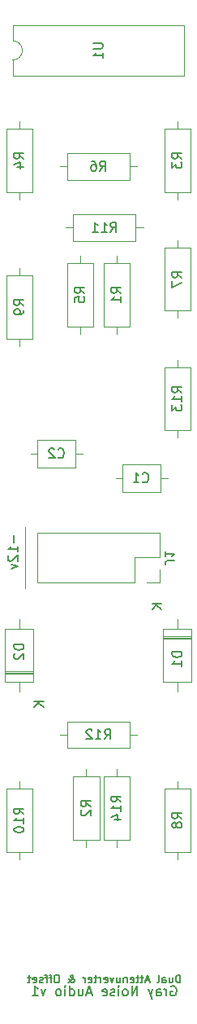
<source format=gbr>
G04 #@! TF.GenerationSoftware,KiCad,Pcbnew,5.1.7-1.fc31*
G04 #@! TF.CreationDate,2021-04-18T18:46:58-04:00*
G04 #@! TF.ProjectId,offsetAttenuverter,6f666673-6574-4417-9474-656e75766572,rev?*
G04 #@! TF.SameCoordinates,Original*
G04 #@! TF.FileFunction,Legend,Bot*
G04 #@! TF.FilePolarity,Positive*
%FSLAX46Y46*%
G04 Gerber Fmt 4.6, Leading zero omitted, Abs format (unit mm)*
G04 Created by KiCad (PCBNEW 5.1.7-1.fc31) date 2021-04-18 18:46:58*
%MOMM*%
%LPD*%
G01*
G04 APERTURE LIST*
%ADD10C,0.150000*%
%ADD11C,0.120000*%
G04 APERTURE END LIST*
D10*
X43147380Y-145550000D02*
X43242619Y-145502380D01*
X43385476Y-145502380D01*
X43528333Y-145550000D01*
X43623571Y-145645238D01*
X43671190Y-145740476D01*
X43718809Y-145930952D01*
X43718809Y-146073809D01*
X43671190Y-146264285D01*
X43623571Y-146359523D01*
X43528333Y-146454761D01*
X43385476Y-146502380D01*
X43290238Y-146502380D01*
X43147380Y-146454761D01*
X43099761Y-146407142D01*
X43099761Y-146073809D01*
X43290238Y-146073809D01*
X42671190Y-146502380D02*
X42671190Y-145835714D01*
X42671190Y-146026190D02*
X42623571Y-145930952D01*
X42575952Y-145883333D01*
X42480714Y-145835714D01*
X42385476Y-145835714D01*
X41623571Y-146502380D02*
X41623571Y-145978571D01*
X41671190Y-145883333D01*
X41766428Y-145835714D01*
X41956904Y-145835714D01*
X42052142Y-145883333D01*
X41623571Y-146454761D02*
X41718809Y-146502380D01*
X41956904Y-146502380D01*
X42052142Y-146454761D01*
X42099761Y-146359523D01*
X42099761Y-146264285D01*
X42052142Y-146169047D01*
X41956904Y-146121428D01*
X41718809Y-146121428D01*
X41623571Y-146073809D01*
X41242619Y-145835714D02*
X41004523Y-146502380D01*
X40766428Y-145835714D02*
X41004523Y-146502380D01*
X41099761Y-146740476D01*
X41147380Y-146788095D01*
X41242619Y-146835714D01*
X39623571Y-146502380D02*
X39623571Y-145502380D01*
X39052142Y-146502380D01*
X39052142Y-145502380D01*
X38433095Y-146502380D02*
X38528333Y-146454761D01*
X38575952Y-146407142D01*
X38623571Y-146311904D01*
X38623571Y-146026190D01*
X38575952Y-145930952D01*
X38528333Y-145883333D01*
X38433095Y-145835714D01*
X38290238Y-145835714D01*
X38195000Y-145883333D01*
X38147380Y-145930952D01*
X38099761Y-146026190D01*
X38099761Y-146311904D01*
X38147380Y-146407142D01*
X38195000Y-146454761D01*
X38290238Y-146502380D01*
X38433095Y-146502380D01*
X37671190Y-146502380D02*
X37671190Y-145835714D01*
X37671190Y-145502380D02*
X37718809Y-145550000D01*
X37671190Y-145597619D01*
X37623571Y-145550000D01*
X37671190Y-145502380D01*
X37671190Y-145597619D01*
X37242619Y-146454761D02*
X37147380Y-146502380D01*
X36956904Y-146502380D01*
X36861666Y-146454761D01*
X36814047Y-146359523D01*
X36814047Y-146311904D01*
X36861666Y-146216666D01*
X36956904Y-146169047D01*
X37099761Y-146169047D01*
X37195000Y-146121428D01*
X37242619Y-146026190D01*
X37242619Y-145978571D01*
X37195000Y-145883333D01*
X37099761Y-145835714D01*
X36956904Y-145835714D01*
X36861666Y-145883333D01*
X36004523Y-146454761D02*
X36099761Y-146502380D01*
X36290238Y-146502380D01*
X36385476Y-146454761D01*
X36433095Y-146359523D01*
X36433095Y-145978571D01*
X36385476Y-145883333D01*
X36290238Y-145835714D01*
X36099761Y-145835714D01*
X36004523Y-145883333D01*
X35956904Y-145978571D01*
X35956904Y-146073809D01*
X36433095Y-146169047D01*
X34814047Y-146216666D02*
X34337857Y-146216666D01*
X34909285Y-146502380D02*
X34575952Y-145502380D01*
X34242619Y-146502380D01*
X33480714Y-145835714D02*
X33480714Y-146502380D01*
X33909285Y-145835714D02*
X33909285Y-146359523D01*
X33861666Y-146454761D01*
X33766428Y-146502380D01*
X33623571Y-146502380D01*
X33528333Y-146454761D01*
X33480714Y-146407142D01*
X32575952Y-146502380D02*
X32575952Y-145502380D01*
X32575952Y-146454761D02*
X32671190Y-146502380D01*
X32861666Y-146502380D01*
X32956904Y-146454761D01*
X33004523Y-146407142D01*
X33052142Y-146311904D01*
X33052142Y-146026190D01*
X33004523Y-145930952D01*
X32956904Y-145883333D01*
X32861666Y-145835714D01*
X32671190Y-145835714D01*
X32575952Y-145883333D01*
X32099761Y-146502380D02*
X32099761Y-145835714D01*
X32099761Y-145502380D02*
X32147380Y-145550000D01*
X32099761Y-145597619D01*
X32052142Y-145550000D01*
X32099761Y-145502380D01*
X32099761Y-145597619D01*
X31480714Y-146502380D02*
X31575952Y-146454761D01*
X31623571Y-146407142D01*
X31671190Y-146311904D01*
X31671190Y-146026190D01*
X31623571Y-145930952D01*
X31575952Y-145883333D01*
X31480714Y-145835714D01*
X31337857Y-145835714D01*
X31242619Y-145883333D01*
X31195000Y-145930952D01*
X31147380Y-146026190D01*
X31147380Y-146311904D01*
X31195000Y-146407142D01*
X31242619Y-146454761D01*
X31337857Y-146502380D01*
X31480714Y-146502380D01*
X30052142Y-145835714D02*
X29814047Y-146502380D01*
X29575952Y-145835714D01*
X28671190Y-146502380D02*
X29242619Y-146502380D01*
X28956904Y-146502380D02*
X28956904Y-145502380D01*
X29052142Y-145645238D01*
X29147380Y-145740476D01*
X29242619Y-145788095D01*
X44099761Y-145141904D02*
X44099761Y-144341904D01*
X43909285Y-144341904D01*
X43795000Y-144380000D01*
X43718809Y-144456190D01*
X43680714Y-144532380D01*
X43642619Y-144684761D01*
X43642619Y-144799047D01*
X43680714Y-144951428D01*
X43718809Y-145027619D01*
X43795000Y-145103809D01*
X43909285Y-145141904D01*
X44099761Y-145141904D01*
X42956904Y-144608571D02*
X42956904Y-145141904D01*
X43299761Y-144608571D02*
X43299761Y-145027619D01*
X43261666Y-145103809D01*
X43185476Y-145141904D01*
X43071190Y-145141904D01*
X42995000Y-145103809D01*
X42956904Y-145065714D01*
X42233095Y-145141904D02*
X42233095Y-144722857D01*
X42271190Y-144646666D01*
X42347380Y-144608571D01*
X42499761Y-144608571D01*
X42575952Y-144646666D01*
X42233095Y-145103809D02*
X42309285Y-145141904D01*
X42499761Y-145141904D01*
X42575952Y-145103809D01*
X42614047Y-145027619D01*
X42614047Y-144951428D01*
X42575952Y-144875238D01*
X42499761Y-144837142D01*
X42309285Y-144837142D01*
X42233095Y-144799047D01*
X41737857Y-145141904D02*
X41814047Y-145103809D01*
X41852142Y-145027619D01*
X41852142Y-144341904D01*
X40861666Y-144913333D02*
X40480714Y-144913333D01*
X40937857Y-145141904D02*
X40671190Y-144341904D01*
X40404523Y-145141904D01*
X40252142Y-144608571D02*
X39947380Y-144608571D01*
X40137857Y-144341904D02*
X40137857Y-145027619D01*
X40099761Y-145103809D01*
X40023571Y-145141904D01*
X39947380Y-145141904D01*
X39795000Y-144608571D02*
X39490238Y-144608571D01*
X39680714Y-144341904D02*
X39680714Y-145027619D01*
X39642619Y-145103809D01*
X39566428Y-145141904D01*
X39490238Y-145141904D01*
X38918809Y-145103809D02*
X38995000Y-145141904D01*
X39147380Y-145141904D01*
X39223571Y-145103809D01*
X39261666Y-145027619D01*
X39261666Y-144722857D01*
X39223571Y-144646666D01*
X39147380Y-144608571D01*
X38995000Y-144608571D01*
X38918809Y-144646666D01*
X38880714Y-144722857D01*
X38880714Y-144799047D01*
X39261666Y-144875238D01*
X38537857Y-144608571D02*
X38537857Y-145141904D01*
X38537857Y-144684761D02*
X38499761Y-144646666D01*
X38423571Y-144608571D01*
X38309285Y-144608571D01*
X38233095Y-144646666D01*
X38195000Y-144722857D01*
X38195000Y-145141904D01*
X37471190Y-144608571D02*
X37471190Y-145141904D01*
X37814047Y-144608571D02*
X37814047Y-145027619D01*
X37775952Y-145103809D01*
X37699761Y-145141904D01*
X37585476Y-145141904D01*
X37509285Y-145103809D01*
X37471190Y-145065714D01*
X37166428Y-144608571D02*
X36975952Y-145141904D01*
X36785476Y-144608571D01*
X36175952Y-145103809D02*
X36252142Y-145141904D01*
X36404523Y-145141904D01*
X36480714Y-145103809D01*
X36518809Y-145027619D01*
X36518809Y-144722857D01*
X36480714Y-144646666D01*
X36404523Y-144608571D01*
X36252142Y-144608571D01*
X36175952Y-144646666D01*
X36137857Y-144722857D01*
X36137857Y-144799047D01*
X36518809Y-144875238D01*
X35795000Y-145141904D02*
X35795000Y-144608571D01*
X35795000Y-144760952D02*
X35756904Y-144684761D01*
X35718809Y-144646666D01*
X35642619Y-144608571D01*
X35566428Y-144608571D01*
X35414047Y-144608571D02*
X35109285Y-144608571D01*
X35299761Y-144341904D02*
X35299761Y-145027619D01*
X35261666Y-145103809D01*
X35185476Y-145141904D01*
X35109285Y-145141904D01*
X34537857Y-145103809D02*
X34614047Y-145141904D01*
X34766428Y-145141904D01*
X34842619Y-145103809D01*
X34880714Y-145027619D01*
X34880714Y-144722857D01*
X34842619Y-144646666D01*
X34766428Y-144608571D01*
X34614047Y-144608571D01*
X34537857Y-144646666D01*
X34499761Y-144722857D01*
X34499761Y-144799047D01*
X34880714Y-144875238D01*
X34156904Y-145141904D02*
X34156904Y-144608571D01*
X34156904Y-144760952D02*
X34118809Y-144684761D01*
X34080714Y-144646666D01*
X34004523Y-144608571D01*
X33928333Y-144608571D01*
X32404523Y-145141904D02*
X32442619Y-145141904D01*
X32518809Y-145103809D01*
X32633095Y-144989523D01*
X32823571Y-144760952D01*
X32899761Y-144646666D01*
X32937857Y-144532380D01*
X32937857Y-144456190D01*
X32899761Y-144380000D01*
X32823571Y-144341904D01*
X32785476Y-144341904D01*
X32709285Y-144380000D01*
X32671190Y-144456190D01*
X32671190Y-144494285D01*
X32709285Y-144570476D01*
X32747380Y-144608571D01*
X32975952Y-144760952D01*
X33014047Y-144799047D01*
X33052142Y-144875238D01*
X33052142Y-144989523D01*
X33014047Y-145065714D01*
X32975952Y-145103809D01*
X32899761Y-145141904D01*
X32785476Y-145141904D01*
X32709285Y-145103809D01*
X32671190Y-145065714D01*
X32556904Y-144913333D01*
X32518809Y-144799047D01*
X32518809Y-144722857D01*
X31299761Y-144341904D02*
X31147380Y-144341904D01*
X31071190Y-144380000D01*
X30995000Y-144456190D01*
X30956904Y-144608571D01*
X30956904Y-144875238D01*
X30995000Y-145027619D01*
X31071190Y-145103809D01*
X31147380Y-145141904D01*
X31299761Y-145141904D01*
X31375952Y-145103809D01*
X31452142Y-145027619D01*
X31490238Y-144875238D01*
X31490238Y-144608571D01*
X31452142Y-144456190D01*
X31375952Y-144380000D01*
X31299761Y-144341904D01*
X30728333Y-144608571D02*
X30423571Y-144608571D01*
X30614047Y-145141904D02*
X30614047Y-144456190D01*
X30575952Y-144380000D01*
X30499761Y-144341904D01*
X30423571Y-144341904D01*
X30271190Y-144608571D02*
X29966428Y-144608571D01*
X30156904Y-145141904D02*
X30156904Y-144456190D01*
X30118809Y-144380000D01*
X30042619Y-144341904D01*
X29966428Y-144341904D01*
X29737857Y-145103809D02*
X29661666Y-145141904D01*
X29509285Y-145141904D01*
X29433095Y-145103809D01*
X29395000Y-145027619D01*
X29395000Y-144989523D01*
X29433095Y-144913333D01*
X29509285Y-144875238D01*
X29623571Y-144875238D01*
X29699761Y-144837142D01*
X29737857Y-144760952D01*
X29737857Y-144722857D01*
X29699761Y-144646666D01*
X29623571Y-144608571D01*
X29509285Y-144608571D01*
X29433095Y-144646666D01*
X28747380Y-145103809D02*
X28823571Y-145141904D01*
X28975952Y-145141904D01*
X29052142Y-145103809D01*
X29090238Y-145027619D01*
X29090238Y-144722857D01*
X29052142Y-144646666D01*
X28975952Y-144608571D01*
X28823571Y-144608571D01*
X28747380Y-144646666D01*
X28709285Y-144722857D01*
X28709285Y-144799047D01*
X29090238Y-144875238D01*
X28480714Y-144608571D02*
X28175952Y-144608571D01*
X28366428Y-144341904D02*
X28366428Y-145027619D01*
X28328333Y-145103809D01*
X28252142Y-145141904D01*
X28175952Y-145141904D01*
D11*
X27940000Y-97790000D02*
X27940000Y-104140000D01*
D10*
X26741428Y-98615714D02*
X26741428Y-99377619D01*
X27122380Y-100377619D02*
X27122380Y-99806190D01*
X27122380Y-100091904D02*
X26122380Y-100091904D01*
X26265238Y-99996666D01*
X26360476Y-99901428D01*
X26408095Y-99806190D01*
X26217619Y-100758571D02*
X26170000Y-100806190D01*
X26122380Y-100901428D01*
X26122380Y-101139523D01*
X26170000Y-101234761D01*
X26217619Y-101282380D01*
X26312857Y-101330000D01*
X26408095Y-101330000D01*
X26550952Y-101282380D01*
X27122380Y-100710952D01*
X27122380Y-101330000D01*
X26455714Y-101663333D02*
X27122380Y-101901428D01*
X26455714Y-102139523D01*
D11*
G04 #@! TO.C,U1*
X26610000Y-49260000D02*
G75*
G03*
X26610000Y-47260000I0J1000000D01*
G01*
X26610000Y-47260000D02*
X26610000Y-45610000D01*
X26610000Y-45610000D02*
X44510000Y-45610000D01*
X44510000Y-45610000D02*
X44510000Y-50910000D01*
X44510000Y-50910000D02*
X26610000Y-50910000D01*
X26610000Y-50910000D02*
X26610000Y-49260000D01*
G04 #@! TO.C,R14*
X38835000Y-130270000D02*
X36095000Y-130270000D01*
X36095000Y-130270000D02*
X36095000Y-123730000D01*
X36095000Y-123730000D02*
X38835000Y-123730000D01*
X38835000Y-123730000D02*
X38835000Y-130270000D01*
X37465000Y-131040000D02*
X37465000Y-130270000D01*
X37465000Y-122960000D02*
X37465000Y-123730000D01*
G04 #@! TO.C,R13*
X45185000Y-87725000D02*
X42445000Y-87725000D01*
X42445000Y-87725000D02*
X42445000Y-81185000D01*
X42445000Y-81185000D02*
X45185000Y-81185000D01*
X45185000Y-81185000D02*
X45185000Y-87725000D01*
X43815000Y-88495000D02*
X43815000Y-87725000D01*
X43815000Y-80415000D02*
X43815000Y-81185000D01*
G04 #@! TO.C,R12*
X32290000Y-120750000D02*
X32290000Y-118010000D01*
X32290000Y-118010000D02*
X38830000Y-118010000D01*
X38830000Y-118010000D02*
X38830000Y-120750000D01*
X38830000Y-120750000D02*
X32290000Y-120750000D01*
X31520000Y-119380000D02*
X32290000Y-119380000D01*
X39600000Y-119380000D02*
X38830000Y-119380000D01*
G04 #@! TO.C,R11*
X32925000Y-68045000D02*
X32925000Y-65305000D01*
X32925000Y-65305000D02*
X39465000Y-65305000D01*
X39465000Y-65305000D02*
X39465000Y-68045000D01*
X39465000Y-68045000D02*
X32925000Y-68045000D01*
X32155000Y-66675000D02*
X32925000Y-66675000D01*
X40235000Y-66675000D02*
X39465000Y-66675000D01*
G04 #@! TO.C,R10*
X25935000Y-125000000D02*
X28675000Y-125000000D01*
X28675000Y-125000000D02*
X28675000Y-131540000D01*
X28675000Y-131540000D02*
X25935000Y-131540000D01*
X25935000Y-131540000D02*
X25935000Y-125000000D01*
X27305000Y-124230000D02*
X27305000Y-125000000D01*
X27305000Y-132310000D02*
X27305000Y-131540000D01*
G04 #@! TO.C,R9*
X25935000Y-71660000D02*
X28675000Y-71660000D01*
X28675000Y-71660000D02*
X28675000Y-78200000D01*
X28675000Y-78200000D02*
X25935000Y-78200000D01*
X25935000Y-78200000D02*
X25935000Y-71660000D01*
X27305000Y-70890000D02*
X27305000Y-71660000D01*
X27305000Y-78970000D02*
X27305000Y-78200000D01*
G04 #@! TO.C,R8*
X45185000Y-131540000D02*
X42445000Y-131540000D01*
X42445000Y-131540000D02*
X42445000Y-125000000D01*
X42445000Y-125000000D02*
X45185000Y-125000000D01*
X45185000Y-125000000D02*
X45185000Y-131540000D01*
X43815000Y-132310000D02*
X43815000Y-131540000D01*
X43815000Y-124230000D02*
X43815000Y-125000000D01*
G04 #@! TO.C,R7*
X45202847Y-75301372D02*
X42462847Y-75301372D01*
X42462847Y-75301372D02*
X42462847Y-68761372D01*
X42462847Y-68761372D02*
X45202847Y-68761372D01*
X45202847Y-68761372D02*
X45202847Y-75301372D01*
X43832847Y-76071372D02*
X43832847Y-75301372D01*
X43832847Y-67991372D02*
X43832847Y-68761372D01*
G04 #@! TO.C,R6*
X32290000Y-61695000D02*
X32290000Y-58955000D01*
X32290000Y-58955000D02*
X38830000Y-58955000D01*
X38830000Y-58955000D02*
X38830000Y-61695000D01*
X38830000Y-61695000D02*
X32290000Y-61695000D01*
X31520000Y-60325000D02*
X32290000Y-60325000D01*
X39600000Y-60325000D02*
X38830000Y-60325000D01*
G04 #@! TO.C,R5*
X35025000Y-76930000D02*
X32285000Y-76930000D01*
X32285000Y-76930000D02*
X32285000Y-70390000D01*
X32285000Y-70390000D02*
X35025000Y-70390000D01*
X35025000Y-70390000D02*
X35025000Y-76930000D01*
X33655000Y-77700000D02*
X33655000Y-76930000D01*
X33655000Y-69620000D02*
X33655000Y-70390000D01*
G04 #@! TO.C,R4*
X25935000Y-56420000D02*
X28675000Y-56420000D01*
X28675000Y-56420000D02*
X28675000Y-62960000D01*
X28675000Y-62960000D02*
X25935000Y-62960000D01*
X25935000Y-62960000D02*
X25935000Y-56420000D01*
X27305000Y-55650000D02*
X27305000Y-56420000D01*
X27305000Y-63730000D02*
X27305000Y-62960000D01*
G04 #@! TO.C,R3*
X42445000Y-56420000D02*
X45185000Y-56420000D01*
X45185000Y-56420000D02*
X45185000Y-62960000D01*
X45185000Y-62960000D02*
X42445000Y-62960000D01*
X42445000Y-62960000D02*
X42445000Y-56420000D01*
X43815000Y-55650000D02*
X43815000Y-56420000D01*
X43815000Y-63730000D02*
X43815000Y-62960000D01*
G04 #@! TO.C,R2*
X32920000Y-123730000D02*
X35660000Y-123730000D01*
X35660000Y-123730000D02*
X35660000Y-130270000D01*
X35660000Y-130270000D02*
X32920000Y-130270000D01*
X32920000Y-130270000D02*
X32920000Y-123730000D01*
X34290000Y-122960000D02*
X34290000Y-123730000D01*
X34290000Y-131040000D02*
X34290000Y-130270000D01*
G04 #@! TO.C,R1*
X36095000Y-70390000D02*
X38835000Y-70390000D01*
X38835000Y-70390000D02*
X38835000Y-76930000D01*
X38835000Y-76930000D02*
X36095000Y-76930000D01*
X36095000Y-76930000D02*
X36095000Y-70390000D01*
X37465000Y-69620000D02*
X37465000Y-70390000D01*
X37465000Y-77700000D02*
X37465000Y-76930000D01*
G04 #@! TO.C,D2*
X28775000Y-113845000D02*
X25835000Y-113845000D01*
X25835000Y-113845000D02*
X25835000Y-108405000D01*
X25835000Y-108405000D02*
X28775000Y-108405000D01*
X28775000Y-108405000D02*
X28775000Y-113845000D01*
X27305000Y-114865000D02*
X27305000Y-113845000D01*
X27305000Y-107385000D02*
X27305000Y-108405000D01*
X28775000Y-112945000D02*
X25835000Y-112945000D01*
X28775000Y-112825000D02*
X25835000Y-112825000D01*
X28775000Y-113065000D02*
X25835000Y-113065000D01*
G04 #@! TO.C,D1*
X42345000Y-108405000D02*
X45285000Y-108405000D01*
X45285000Y-108405000D02*
X45285000Y-113845000D01*
X45285000Y-113845000D02*
X42345000Y-113845000D01*
X42345000Y-113845000D02*
X42345000Y-108405000D01*
X43815000Y-107385000D02*
X43815000Y-108405000D01*
X43815000Y-114865000D02*
X43815000Y-113845000D01*
X42345000Y-109305000D02*
X45285000Y-109305000D01*
X42345000Y-109425000D02*
X45285000Y-109425000D01*
X42345000Y-109185000D02*
X45285000Y-109185000D01*
G04 #@! TO.C,C2*
X33195000Y-88750000D02*
X33195000Y-91590000D01*
X33195000Y-91590000D02*
X29155000Y-91590000D01*
X29155000Y-91590000D02*
X29155000Y-88750000D01*
X29155000Y-88750000D02*
X33195000Y-88750000D01*
X33885000Y-90170000D02*
X33195000Y-90170000D01*
X28465000Y-90170000D02*
X29155000Y-90170000D01*
G04 #@! TO.C,C1*
X42085000Y-91290000D02*
X42085000Y-94130000D01*
X42085000Y-94130000D02*
X38045000Y-94130000D01*
X38045000Y-94130000D02*
X38045000Y-91290000D01*
X38045000Y-91290000D02*
X42085000Y-91290000D01*
X42775000Y-92710000D02*
X42085000Y-92710000D01*
X37355000Y-92710000D02*
X38045000Y-92710000D01*
G04 #@! TO.C,J1*
X41970000Y-103565000D02*
X41970000Y-102235000D01*
X40640000Y-103565000D02*
X41970000Y-103565000D01*
X41970000Y-100965000D02*
X41970000Y-98365000D01*
X39370000Y-100965000D02*
X41970000Y-100965000D01*
X39370000Y-103565000D02*
X39370000Y-100965000D01*
X41970000Y-98365000D02*
X29150000Y-98365000D01*
X39370000Y-103565000D02*
X29150000Y-103565000D01*
X29150000Y-103565000D02*
X29150000Y-98365000D01*
G04 #@! TO.C,U1*
D10*
X35012380Y-47498095D02*
X35821904Y-47498095D01*
X35917142Y-47545714D01*
X35964761Y-47593333D01*
X36012380Y-47688571D01*
X36012380Y-47879047D01*
X35964761Y-47974285D01*
X35917142Y-48021904D01*
X35821904Y-48069523D01*
X35012380Y-48069523D01*
X36012380Y-49069523D02*
X36012380Y-48498095D01*
X36012380Y-48783809D02*
X35012380Y-48783809D01*
X35155238Y-48688571D01*
X35250476Y-48593333D01*
X35298095Y-48498095D01*
G04 #@! TO.C,R14*
X37917380Y-126357142D02*
X37441190Y-126023809D01*
X37917380Y-125785714D02*
X36917380Y-125785714D01*
X36917380Y-126166666D01*
X36965000Y-126261904D01*
X37012619Y-126309523D01*
X37107857Y-126357142D01*
X37250714Y-126357142D01*
X37345952Y-126309523D01*
X37393571Y-126261904D01*
X37441190Y-126166666D01*
X37441190Y-125785714D01*
X37917380Y-127309523D02*
X37917380Y-126738095D01*
X37917380Y-127023809D02*
X36917380Y-127023809D01*
X37060238Y-126928571D01*
X37155476Y-126833333D01*
X37203095Y-126738095D01*
X37250714Y-128166666D02*
X37917380Y-128166666D01*
X36869761Y-127928571D02*
X37584047Y-127690476D01*
X37584047Y-128309523D01*
G04 #@! TO.C,R13*
X44267380Y-83812142D02*
X43791190Y-83478809D01*
X44267380Y-83240714D02*
X43267380Y-83240714D01*
X43267380Y-83621666D01*
X43315000Y-83716904D01*
X43362619Y-83764523D01*
X43457857Y-83812142D01*
X43600714Y-83812142D01*
X43695952Y-83764523D01*
X43743571Y-83716904D01*
X43791190Y-83621666D01*
X43791190Y-83240714D01*
X44267380Y-84764523D02*
X44267380Y-84193095D01*
X44267380Y-84478809D02*
X43267380Y-84478809D01*
X43410238Y-84383571D01*
X43505476Y-84288333D01*
X43553095Y-84193095D01*
X43267380Y-85097857D02*
X43267380Y-85716904D01*
X43648333Y-85383571D01*
X43648333Y-85526428D01*
X43695952Y-85621666D01*
X43743571Y-85669285D01*
X43838809Y-85716904D01*
X44076904Y-85716904D01*
X44172142Y-85669285D01*
X44219761Y-85621666D01*
X44267380Y-85526428D01*
X44267380Y-85240714D01*
X44219761Y-85145476D01*
X44172142Y-85097857D01*
G04 #@! TO.C,R12*
X36202857Y-119832380D02*
X36536190Y-119356190D01*
X36774285Y-119832380D02*
X36774285Y-118832380D01*
X36393333Y-118832380D01*
X36298095Y-118880000D01*
X36250476Y-118927619D01*
X36202857Y-119022857D01*
X36202857Y-119165714D01*
X36250476Y-119260952D01*
X36298095Y-119308571D01*
X36393333Y-119356190D01*
X36774285Y-119356190D01*
X35250476Y-119832380D02*
X35821904Y-119832380D01*
X35536190Y-119832380D02*
X35536190Y-118832380D01*
X35631428Y-118975238D01*
X35726666Y-119070476D01*
X35821904Y-119118095D01*
X34869523Y-118927619D02*
X34821904Y-118880000D01*
X34726666Y-118832380D01*
X34488571Y-118832380D01*
X34393333Y-118880000D01*
X34345714Y-118927619D01*
X34298095Y-119022857D01*
X34298095Y-119118095D01*
X34345714Y-119260952D01*
X34917142Y-119832380D01*
X34298095Y-119832380D01*
G04 #@! TO.C,R11*
X36837857Y-67127380D02*
X37171190Y-66651190D01*
X37409285Y-67127380D02*
X37409285Y-66127380D01*
X37028333Y-66127380D01*
X36933095Y-66175000D01*
X36885476Y-66222619D01*
X36837857Y-66317857D01*
X36837857Y-66460714D01*
X36885476Y-66555952D01*
X36933095Y-66603571D01*
X37028333Y-66651190D01*
X37409285Y-66651190D01*
X35885476Y-67127380D02*
X36456904Y-67127380D01*
X36171190Y-67127380D02*
X36171190Y-66127380D01*
X36266428Y-66270238D01*
X36361666Y-66365476D01*
X36456904Y-66413095D01*
X34933095Y-67127380D02*
X35504523Y-67127380D01*
X35218809Y-67127380D02*
X35218809Y-66127380D01*
X35314047Y-66270238D01*
X35409285Y-66365476D01*
X35504523Y-66413095D01*
G04 #@! TO.C,R10*
X27757380Y-127627142D02*
X27281190Y-127293809D01*
X27757380Y-127055714D02*
X26757380Y-127055714D01*
X26757380Y-127436666D01*
X26805000Y-127531904D01*
X26852619Y-127579523D01*
X26947857Y-127627142D01*
X27090714Y-127627142D01*
X27185952Y-127579523D01*
X27233571Y-127531904D01*
X27281190Y-127436666D01*
X27281190Y-127055714D01*
X27757380Y-128579523D02*
X27757380Y-128008095D01*
X27757380Y-128293809D02*
X26757380Y-128293809D01*
X26900238Y-128198571D01*
X26995476Y-128103333D01*
X27043095Y-128008095D01*
X26757380Y-129198571D02*
X26757380Y-129293809D01*
X26805000Y-129389047D01*
X26852619Y-129436666D01*
X26947857Y-129484285D01*
X27138333Y-129531904D01*
X27376428Y-129531904D01*
X27566904Y-129484285D01*
X27662142Y-129436666D01*
X27709761Y-129389047D01*
X27757380Y-129293809D01*
X27757380Y-129198571D01*
X27709761Y-129103333D01*
X27662142Y-129055714D01*
X27566904Y-129008095D01*
X27376428Y-128960476D01*
X27138333Y-128960476D01*
X26947857Y-129008095D01*
X26852619Y-129055714D01*
X26805000Y-129103333D01*
X26757380Y-129198571D01*
G04 #@! TO.C,R9*
X27757380Y-74763333D02*
X27281190Y-74430000D01*
X27757380Y-74191904D02*
X26757380Y-74191904D01*
X26757380Y-74572857D01*
X26805000Y-74668095D01*
X26852619Y-74715714D01*
X26947857Y-74763333D01*
X27090714Y-74763333D01*
X27185952Y-74715714D01*
X27233571Y-74668095D01*
X27281190Y-74572857D01*
X27281190Y-74191904D01*
X27757380Y-75239523D02*
X27757380Y-75430000D01*
X27709761Y-75525238D01*
X27662142Y-75572857D01*
X27519285Y-75668095D01*
X27328809Y-75715714D01*
X26947857Y-75715714D01*
X26852619Y-75668095D01*
X26805000Y-75620476D01*
X26757380Y-75525238D01*
X26757380Y-75334761D01*
X26805000Y-75239523D01*
X26852619Y-75191904D01*
X26947857Y-75144285D01*
X27185952Y-75144285D01*
X27281190Y-75191904D01*
X27328809Y-75239523D01*
X27376428Y-75334761D01*
X27376428Y-75525238D01*
X27328809Y-75620476D01*
X27281190Y-75668095D01*
X27185952Y-75715714D01*
G04 #@! TO.C,R8*
X44267380Y-128103333D02*
X43791190Y-127770000D01*
X44267380Y-127531904D02*
X43267380Y-127531904D01*
X43267380Y-127912857D01*
X43315000Y-128008095D01*
X43362619Y-128055714D01*
X43457857Y-128103333D01*
X43600714Y-128103333D01*
X43695952Y-128055714D01*
X43743571Y-128008095D01*
X43791190Y-127912857D01*
X43791190Y-127531904D01*
X43695952Y-128674761D02*
X43648333Y-128579523D01*
X43600714Y-128531904D01*
X43505476Y-128484285D01*
X43457857Y-128484285D01*
X43362619Y-128531904D01*
X43315000Y-128579523D01*
X43267380Y-128674761D01*
X43267380Y-128865238D01*
X43315000Y-128960476D01*
X43362619Y-129008095D01*
X43457857Y-129055714D01*
X43505476Y-129055714D01*
X43600714Y-129008095D01*
X43648333Y-128960476D01*
X43695952Y-128865238D01*
X43695952Y-128674761D01*
X43743571Y-128579523D01*
X43791190Y-128531904D01*
X43886428Y-128484285D01*
X44076904Y-128484285D01*
X44172142Y-128531904D01*
X44219761Y-128579523D01*
X44267380Y-128674761D01*
X44267380Y-128865238D01*
X44219761Y-128960476D01*
X44172142Y-129008095D01*
X44076904Y-129055714D01*
X43886428Y-129055714D01*
X43791190Y-129008095D01*
X43743571Y-128960476D01*
X43695952Y-128865238D01*
G04 #@! TO.C,R7*
X44267380Y-71864705D02*
X43791190Y-71531372D01*
X44267380Y-71293276D02*
X43267380Y-71293276D01*
X43267380Y-71674229D01*
X43315000Y-71769467D01*
X43362619Y-71817086D01*
X43457857Y-71864705D01*
X43600714Y-71864705D01*
X43695952Y-71817086D01*
X43743571Y-71769467D01*
X43791190Y-71674229D01*
X43791190Y-71293276D01*
X43267380Y-72198038D02*
X43267380Y-72864705D01*
X44267380Y-72436133D01*
G04 #@! TO.C,R6*
X35726666Y-60777380D02*
X36060000Y-60301190D01*
X36298095Y-60777380D02*
X36298095Y-59777380D01*
X35917142Y-59777380D01*
X35821904Y-59825000D01*
X35774285Y-59872619D01*
X35726666Y-59967857D01*
X35726666Y-60110714D01*
X35774285Y-60205952D01*
X35821904Y-60253571D01*
X35917142Y-60301190D01*
X36298095Y-60301190D01*
X34869523Y-59777380D02*
X35060000Y-59777380D01*
X35155238Y-59825000D01*
X35202857Y-59872619D01*
X35298095Y-60015476D01*
X35345714Y-60205952D01*
X35345714Y-60586904D01*
X35298095Y-60682142D01*
X35250476Y-60729761D01*
X35155238Y-60777380D01*
X34964761Y-60777380D01*
X34869523Y-60729761D01*
X34821904Y-60682142D01*
X34774285Y-60586904D01*
X34774285Y-60348809D01*
X34821904Y-60253571D01*
X34869523Y-60205952D01*
X34964761Y-60158333D01*
X35155238Y-60158333D01*
X35250476Y-60205952D01*
X35298095Y-60253571D01*
X35345714Y-60348809D01*
G04 #@! TO.C,R5*
X34107380Y-73493333D02*
X33631190Y-73160000D01*
X34107380Y-72921904D02*
X33107380Y-72921904D01*
X33107380Y-73302857D01*
X33155000Y-73398095D01*
X33202619Y-73445714D01*
X33297857Y-73493333D01*
X33440714Y-73493333D01*
X33535952Y-73445714D01*
X33583571Y-73398095D01*
X33631190Y-73302857D01*
X33631190Y-72921904D01*
X33107380Y-74398095D02*
X33107380Y-73921904D01*
X33583571Y-73874285D01*
X33535952Y-73921904D01*
X33488333Y-74017142D01*
X33488333Y-74255238D01*
X33535952Y-74350476D01*
X33583571Y-74398095D01*
X33678809Y-74445714D01*
X33916904Y-74445714D01*
X34012142Y-74398095D01*
X34059761Y-74350476D01*
X34107380Y-74255238D01*
X34107380Y-74017142D01*
X34059761Y-73921904D01*
X34012142Y-73874285D01*
G04 #@! TO.C,R4*
X27757380Y-59523333D02*
X27281190Y-59190000D01*
X27757380Y-58951904D02*
X26757380Y-58951904D01*
X26757380Y-59332857D01*
X26805000Y-59428095D01*
X26852619Y-59475714D01*
X26947857Y-59523333D01*
X27090714Y-59523333D01*
X27185952Y-59475714D01*
X27233571Y-59428095D01*
X27281190Y-59332857D01*
X27281190Y-58951904D01*
X27090714Y-60380476D02*
X27757380Y-60380476D01*
X26709761Y-60142380D02*
X27424047Y-59904285D01*
X27424047Y-60523333D01*
G04 #@! TO.C,R3*
X44267380Y-59523333D02*
X43791190Y-59190000D01*
X44267380Y-58951904D02*
X43267380Y-58951904D01*
X43267380Y-59332857D01*
X43315000Y-59428095D01*
X43362619Y-59475714D01*
X43457857Y-59523333D01*
X43600714Y-59523333D01*
X43695952Y-59475714D01*
X43743571Y-59428095D01*
X43791190Y-59332857D01*
X43791190Y-58951904D01*
X43267380Y-59856666D02*
X43267380Y-60475714D01*
X43648333Y-60142380D01*
X43648333Y-60285238D01*
X43695952Y-60380476D01*
X43743571Y-60428095D01*
X43838809Y-60475714D01*
X44076904Y-60475714D01*
X44172142Y-60428095D01*
X44219761Y-60380476D01*
X44267380Y-60285238D01*
X44267380Y-59999523D01*
X44219761Y-59904285D01*
X44172142Y-59856666D01*
G04 #@! TO.C,R2*
X34742380Y-126833333D02*
X34266190Y-126500000D01*
X34742380Y-126261904D02*
X33742380Y-126261904D01*
X33742380Y-126642857D01*
X33790000Y-126738095D01*
X33837619Y-126785714D01*
X33932857Y-126833333D01*
X34075714Y-126833333D01*
X34170952Y-126785714D01*
X34218571Y-126738095D01*
X34266190Y-126642857D01*
X34266190Y-126261904D01*
X33837619Y-127214285D02*
X33790000Y-127261904D01*
X33742380Y-127357142D01*
X33742380Y-127595238D01*
X33790000Y-127690476D01*
X33837619Y-127738095D01*
X33932857Y-127785714D01*
X34028095Y-127785714D01*
X34170952Y-127738095D01*
X34742380Y-127166666D01*
X34742380Y-127785714D01*
G04 #@! TO.C,R1*
X37917380Y-73493333D02*
X37441190Y-73160000D01*
X37917380Y-72921904D02*
X36917380Y-72921904D01*
X36917380Y-73302857D01*
X36965000Y-73398095D01*
X37012619Y-73445714D01*
X37107857Y-73493333D01*
X37250714Y-73493333D01*
X37345952Y-73445714D01*
X37393571Y-73398095D01*
X37441190Y-73302857D01*
X37441190Y-72921904D01*
X37917380Y-74445714D02*
X37917380Y-73874285D01*
X37917380Y-74160000D02*
X36917380Y-74160000D01*
X37060238Y-74064761D01*
X37155476Y-73969523D01*
X37203095Y-73874285D01*
G04 #@! TO.C,D2*
X27758192Y-110003116D02*
X26758192Y-110003116D01*
X26758192Y-110241212D01*
X26805812Y-110384069D01*
X26901050Y-110479307D01*
X26996288Y-110526926D01*
X27186764Y-110574545D01*
X27329621Y-110574545D01*
X27520097Y-110526926D01*
X27615335Y-110479307D01*
X27710573Y-110384069D01*
X27758192Y-110241212D01*
X27758192Y-110003116D01*
X26853431Y-110955497D02*
X26805812Y-111003116D01*
X26758192Y-111098354D01*
X26758192Y-111336450D01*
X26805812Y-111431688D01*
X26853431Y-111479307D01*
X26948669Y-111526926D01*
X27043907Y-111526926D01*
X27186764Y-111479307D01*
X27758192Y-110907878D01*
X27758192Y-111526926D01*
X29857380Y-115943095D02*
X28857380Y-115943095D01*
X29857380Y-116514523D02*
X29285952Y-116085952D01*
X28857380Y-116514523D02*
X29428809Y-115943095D01*
G04 #@! TO.C,D1*
X44276347Y-110756387D02*
X43276347Y-110756387D01*
X43276347Y-110994483D01*
X43323967Y-111137340D01*
X43419205Y-111232578D01*
X43514443Y-111280197D01*
X43704919Y-111327816D01*
X43847776Y-111327816D01*
X44038252Y-111280197D01*
X44133490Y-111232578D01*
X44228728Y-111137340D01*
X44276347Y-110994483D01*
X44276347Y-110756387D01*
X44276347Y-112280197D02*
X44276347Y-111708768D01*
X44276347Y-111994483D02*
X43276347Y-111994483D01*
X43419205Y-111899244D01*
X43514443Y-111804006D01*
X43562062Y-111708768D01*
X42167380Y-105783095D02*
X41167380Y-105783095D01*
X42167380Y-106354523D02*
X41595952Y-105925952D01*
X41167380Y-106354523D02*
X41738809Y-105783095D01*
G04 #@! TO.C,C2*
X31341666Y-90527142D02*
X31389285Y-90574761D01*
X31532142Y-90622380D01*
X31627380Y-90622380D01*
X31770238Y-90574761D01*
X31865476Y-90479523D01*
X31913095Y-90384285D01*
X31960714Y-90193809D01*
X31960714Y-90050952D01*
X31913095Y-89860476D01*
X31865476Y-89765238D01*
X31770238Y-89670000D01*
X31627380Y-89622380D01*
X31532142Y-89622380D01*
X31389285Y-89670000D01*
X31341666Y-89717619D01*
X30960714Y-89717619D02*
X30913095Y-89670000D01*
X30817857Y-89622380D01*
X30579761Y-89622380D01*
X30484523Y-89670000D01*
X30436904Y-89717619D01*
X30389285Y-89812857D01*
X30389285Y-89908095D01*
X30436904Y-90050952D01*
X31008333Y-90622380D01*
X30389285Y-90622380D01*
G04 #@! TO.C,C1*
X40171666Y-93067142D02*
X40219285Y-93114761D01*
X40362142Y-93162380D01*
X40457380Y-93162380D01*
X40600238Y-93114761D01*
X40695476Y-93019523D01*
X40743095Y-92924285D01*
X40790714Y-92733809D01*
X40790714Y-92590952D01*
X40743095Y-92400476D01*
X40695476Y-92305238D01*
X40600238Y-92210000D01*
X40457380Y-92162380D01*
X40362142Y-92162380D01*
X40219285Y-92210000D01*
X40171666Y-92257619D01*
X39219285Y-93162380D02*
X39790714Y-93162380D01*
X39505000Y-93162380D02*
X39505000Y-92162380D01*
X39600238Y-92305238D01*
X39695476Y-92400476D01*
X39790714Y-92448095D01*
G04 #@! TO.C,J1*
X43517619Y-101298333D02*
X42803333Y-101298333D01*
X42660476Y-101345952D01*
X42565238Y-101441190D01*
X42517619Y-101584047D01*
X42517619Y-101679285D01*
X42517619Y-100298333D02*
X42517619Y-100869761D01*
X42517619Y-100584047D02*
X43517619Y-100584047D01*
X43374761Y-100679285D01*
X43279523Y-100774523D01*
X43231904Y-100869761D01*
G04 #@! TD*
M02*

</source>
